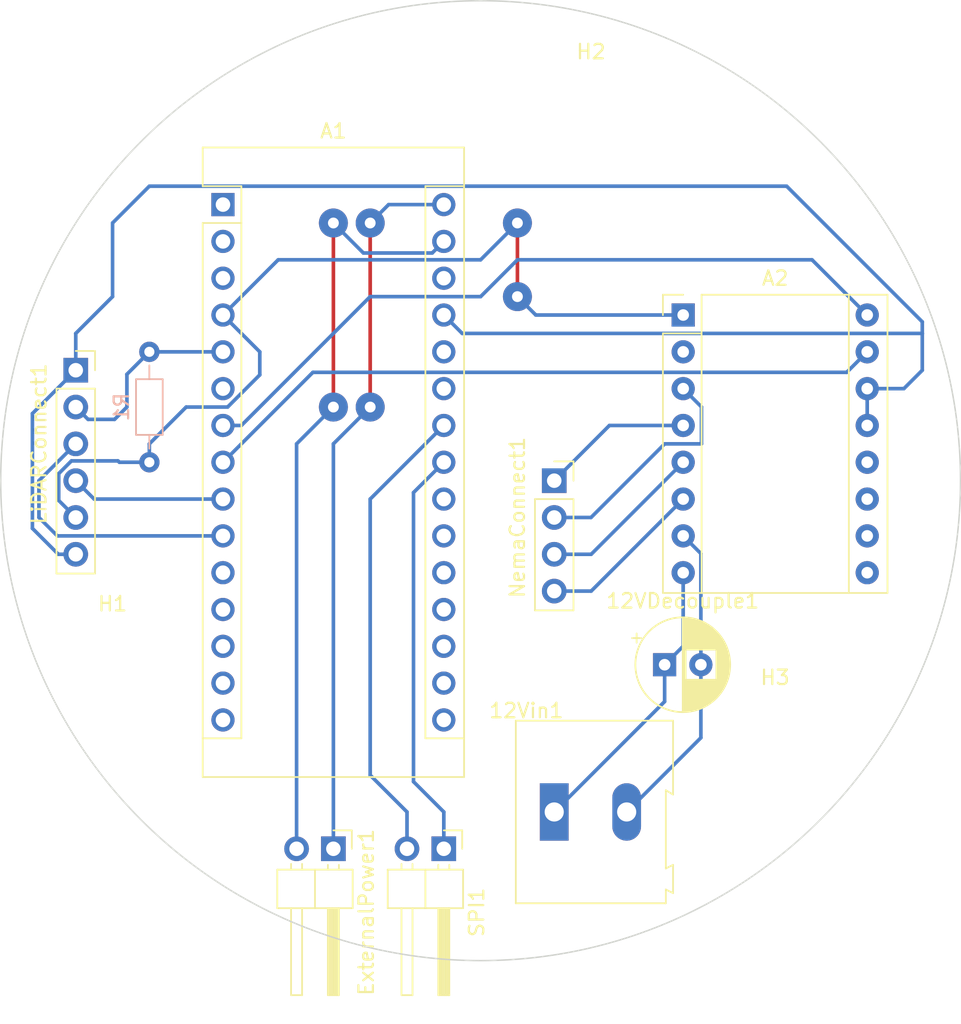
<source format=kicad_pcb>
(kicad_pcb (version 20211014) (generator pcbnew)
  (layers (0 "F.Cu" signal) (31 "B.Cu" signal) (34 "B.Paste" user) (35 "F.Paste" user) (36 "B.SilkS" user "B.Silkscreen") (37 "F.SilkS" user "F.Silkscreen") (38 "B.Mask" user) (39 "F.Mask" user) (44 "Edge.Cuts" user))
  (net 0 "")
  (net 1 "Net-(12VDecouple1-Pad1)")
  (net 2 "/12VGND")
  (net 6 "/ArduinoGND")
  (net 7 "Net-(A1-Pad5)")
  (net 9 "Net-(A1-Pad7)")
  (net 10 "Net-(A1-Pad8)")
  (net 11 "Net-(A1-Pad9)")
  (net 12 "Net-(A1-Pad10)")
  (net 25 "Net-(A1-Pad30)")
  (net 26 "Net-(A1-Pad29)")
  (net 29 "/5V")
  (net 31 "Net-(SPI1-Pad1)")
  (net 32 "Net-(SPI1-Pad2)")
  (net 34 "Net-(A2-Pad3)")
  (net 35 "Net-(A2-Pad4)")
  (net 36 "Net-(A2-Pad5)")
  (net 37 "Net-(A2-Pad6)")
  (footprint "Connector_PinHeader_2.54mm:PinHeader_1x02_P2.54mm_Horizontal" (layer "F.Cu") (at 154.94 109.22 -90)
    (fp_text reference "ExternalPower1" (at 4.385 -2.27 -90) (layer "F.SilkS"))
    (fp_text value "Conn_01x02_Female")
    (fp_line (start 1.11 -0.38) (end 1.44 -0.38) (layer "F.SilkS") (width 0.12))
    (fp_line (start 4.1 -0.32) (end 10.1 -0.32) (layer "F.SilkS") (width 0.12))
    (fp_line (start 4.1 -0.38) (end 10.1 -0.38) (layer "F.SilkS") (width 0.12))
    (fp_line (start 4.1 0.04) (end 10.1 0.04) (layer "F.SilkS") (width 0.12))
    (fp_line (start -1.27 -1.27) (end 0 -1.27) (layer "F.SilkS") (width 0.12))
    (fp_line (start 10.1 0.38) (end 4.1 0.38) (layer "F.SilkS") (width 0.12))
    (fp_line (start 4.1 -0.08) (end 10.1 -0.08) (layer "F.SilkS") (width 0.12))
    (fp_line (start -1.27 0) (end -1.27 -1.27) (layer "F.SilkS") (width 0.12))
    (fp_line (start 1.042929 2.16) (end 1.44 2.16) (layer "F.SilkS") (width 0.12))
    (fp_line (start 4.1 2.16) (end 10.1 2.16) (layer "F.SilkS") (width 0.12))
    (fp_line (start 10.1 -0.38) (end 10.1 0.38) (layer "F.SilkS") (width 0.12))
    (fp_line (start 4.1 -0.2) (end 10.1 -0.2) (layer "F.SilkS") (width 0.12))
    (fp_line (start 1.44 -1.33) (end 1.44 3.87) (layer "F.SilkS") (width 0.12))
    (fp_line (start 4.1 3.87) (end 4.1 -1.33) (layer "F.SilkS") (width 0.12))
    (fp_line (start 1.11 0.38) (end 1.44 0.38) (layer "F.SilkS") (width 0.12))
    (fp_line (start 1.44 1.27) (end 4.1 1.27) (layer "F.SilkS") (width 0.12))
    (fp_line (start 4.1 0.28) (end 10.1 0.28) (layer "F.SilkS") (width 0.12))
    (fp_line (start 1.44 3.87) (end 4.1 3.87) (layer "F.SilkS") (width 0.12))
    (fp_line (start 1.042929 2.92) (end 1.44 2.92) (layer "F.SilkS") (width 0.12))
    (fp_line (start 4.1 0.16) (end 10.1 0.16) (layer "F.SilkS") (width 0.12))
    (fp_line (start 10.1 2.16) (end 10.1 2.92) (layer "F.SilkS") (width 0.12))
    (fp_line (start 10.1 2.92) (end 4.1 2.92) (layer "F.SilkS") (width 0.12))
    (fp_line (start 4.1 -1.33) (end 1.44 -1.33) (layer "F.SilkS") (width 0.12))
    (pad "1" thru_hole rect (at 0 0 270) (size 1.7 1.7) (drill 1) (layers *.Cu *.Mask) (net 25 "Net-(A1-Pad30)"))
    (pad "2" thru_hole oval (at 0 2.54 270) (size 1.7 1.7) (drill 1) (layers *.Cu *.Mask) (net 26 "Net-(A1-Pad29)"))
  )
  (footprint "MountingHole:MountingHole_3.2mm_M3" (layer "F.Cu") (at 139.7 96.52)
    (fp_text reference "H1" (at 0 -4.2) (layer "F.SilkS"))
    (fp_text value "MountingHole")
    (pad "" np_thru_hole circle (at 0 0) (size 3.2 3.2) (drill 3.2) (layers *.Cu *.Mask))
  )
  (footprint "Connector_PinSocket_2.54mm:PinSocket_1x06_P2.54mm_Vertical" (layer "F.Cu") (at 137.16 76.2)
    (fp_text reference "LiDARConnect1" (at -2.54 5.08 90) (layer "F.SilkS"))
    (fp_text value "Conn_01x06")
    (fp_line (start 1.33 -1.33) (end 1.33 0) (layer "F.SilkS") (width 0.12))
    (fp_line (start 0 -1.33) (end 1.33 -1.33) (layer "F.SilkS") (width 0.12))
    (fp_line (start -1.33 1.27) (end 1.33 1.27) (layer "F.SilkS") (width 0.12))
    (fp_line (start -1.33 14.03) (end 1.33 14.03) (layer "F.SilkS") (width 0.12))
    (fp_line (start -1.33 1.27) (end -1.33 14.03) (layer "F.SilkS") (width 0.12))
    (fp_line (start 1.33 1.27) (end 1.33 14.03) (layer "F.SilkS") (width 0.12))
    (pad "1" thru_hole rect (at 0 0) (size 1.7 1.7) (drill 1) (layers *.Cu *.Mask) (net 29 "/5V"))
    (pad "2" thru_hole oval (at 0 2.54) (size 1.7 1.7) (drill 1) (layers *.Cu *.Mask) (net 7 "Net-(A1-Pad5)"))
    (pad "3" thru_hole oval (at 0 5.08) (size 1.7 1.7) (drill 1) (layers *.Cu *.Mask) (net 12 "Net-(A1-Pad10)"))
    (pad "4" thru_hole oval (at 0 7.62) (size 1.7 1.7) (drill 1) (layers *.Cu *.Mask) (net 11 "Net-(A1-Pad9)"))
    (pad "5" thru_hole oval (at 0 10.16) (size 1.7 1.7) (drill 1) (layers *.Cu *.Mask) (net 6 "/ArduinoGND"))
    (pad "6" thru_hole oval (at 0 12.7) (size 1.7 1.7) (drill 1) (layers *.Cu *.Mask) (net 29 "/5V"))
  )
  (footprint "Module:Arduino_Nano" (layer "F.Cu") (at 147.32 64.77)
    (fp_text reference "A1" (at 7.62 -5.08) (layer "F.SilkS"))
    (fp_text value "Arduino_Nano")
    (fp_line (start 1.27 1.27) (end -1.4 1.27) (layer "F.SilkS") (width 0.12))
    (fp_line (start -1.4 -3.94) (end -1.4 -1.27) (layer "F.SilkS") (width 0.12))
    (fp_line (start 16.64 -3.94) (end -1.4 -3.94) (layer "F.SilkS") (width 0.12))
    (fp_line (start 13.97 36.83) (end 16.64 36.83) (layer "F.SilkS") (width 0.12))
    (fp_line (start 13.97 -1.27) (end 13.97 36.83) (layer "F.SilkS") (width 0.12))
    (fp_line (start 1.27 36.83) (end -1.4 36.83) (layer "F.SilkS") (width 0.12))
    (fp_line (start 1.27 1.27) (end 1.27 -1.27) (layer "F.SilkS") (width 0.12))
    (fp_line (start 13.97 -1.27) (end 16.64 -1.27) (layer "F.SilkS") (width 0.12))
    (fp_line (start 1.27 1.27) (end 1.27 36.83) (layer "F.SilkS") (width 0.12))
    (fp_line (start -1.4 39.5) (end 16.64 39.5) (layer "F.SilkS") (width 0.12))
    (fp_line (start 1.27 -1.27) (end -1.4 -1.27) (layer "F.SilkS") (width 0.12))
    (fp_line (start -1.4 1.27) (end -1.4 39.5) (layer "F.SilkS") (width 0.12))
    (fp_line (start 16.64 39.5) (end 16.64 -3.94) (layer "F.SilkS") (width 0.12))
    (pad "1" thru_hole rect (at 0 0) (size 1.6 1.6) (drill 1) (layers *.Cu *.Mask))
    (pad "2" thru_hole oval (at 0 2.54) (size 1.6 1.6) (drill 1) (layers *.Cu *.Mask))
    (pad "3" thru_hole oval (at 0 5.08) (size 1.6 1.6) (drill 1) (layers *.Cu *.Mask))
    (pad "4" thru_hole oval (at 0 7.62) (size 1.6 1.6) (drill 1) (layers *.Cu *.Mask) (net 6 "/ArduinoGND"))
    (pad "5" thru_hole oval (at 0 10.16) (size 1.6 1.6) (drill 1) (layers *.Cu *.Mask) (net 7 "Net-(A1-Pad5)"))
    (pad "6" thru_hole oval (at 0 12.7) (size 1.6 1.6) (drill 1) (layers *.Cu *.Mask))
    (pad "7" thru_hole oval (at 0 15.24) (size 1.6 1.6) (drill 1) (layers *.Cu *.Mask) (net 9 "Net-(A1-Pad7)"))
    (pad "8" thru_hole oval (at 0 17.78) (size 1.6 1.6) (drill 1) (layers *.Cu *.Mask) (net 10 "Net-(A1-Pad8)"))
    (pad "9" thru_hole oval (at 0 20.32) (size 1.6 1.6) (drill 1) (layers *.Cu *.Mask) (net 11 "Net-(A1-Pad9)"))
    (pad "10" thru_hole oval (at 0 22.86) (size 1.6 1.6) (drill 1) (layers *.Cu *.Mask) (net 12 "Net-(A1-Pad10)"))
    (pad "11" thru_hole oval (at 0 25.4) (size 1.6 1.6) (drill 1) (layers *.Cu *.Mask))
    (pad "12" thru_hole oval (at 0 27.94) (size 1.6 1.6) (drill 1) (layers *.Cu *.Mask))
    (pad "13" thru_hole oval (at 0 30.48) (size 1.6 1.6) (drill 1) (layers *.Cu *.Mask))
    (pad "14" thru_hole oval (at 0 33.02) (size 1.6 1.6) (drill 1) (layers *.Cu *.Mask))
    (pad "15" thru_hole oval (at 0 35.56) (size 1.6 1.6) (drill 1) (layers *.Cu *.Mask))
    (pad "16" thru_hole oval (at 15.24 35.56) (size 1.6 1.6) (drill 1) (layers *.Cu *.Mask))
    (pad "17" thru_hole oval (at 15.24 33.02) (size 1.6 1.6) (drill 1) (layers *.Cu *.Mask))
    (pad "18" thru_hole oval (at 15.24 30.48) (size 1.6 1.6) (drill 1) (layers *.Cu *.Mask))
    (pad "19" thru_hole oval (at 15.24 27.94) (size 1.6 1.6) (drill 1) (layers *.Cu *.Mask))
    (pad "20" thru_hole oval (at 15.24 25.4) (size 1.6 1.6) (drill 1) (layers *.Cu *.Mask))
    (pad "21" thru_hole oval (at 15.24 22.86) (size 1.6 1.6) (drill 1) (layers *.Cu *.Mask))
    (pad "22" thru_hole oval (at 15.24 20.32) (size 1.6 1.6) (drill 1) (layers *.Cu *.Mask))
    (pad "23" thru_hole oval (at 15.24 17.78) (size 1.6 1.6) (drill 1) (layers *.Cu *.Mask) (net 31 "Net-(SPI1-Pad1)"))
    (pad "24" thru_hole oval (at 15.24 15.24) (size 1.6 1.6) (drill 1) (layers *.Cu *.Mask) (net 32 "Net-(SPI1-Pad2)"))
    (pad "25" thru_hole oval (at 15.24 12.7) (size 1.6 1.6) (drill 1) (layers *.Cu *.Mask))
    (pad "26" thru_hole oval (at 15.24 10.16) (size 1.6 1.6) (drill 1) (layers *.Cu *.Mask))
    (pad "27" thru_hole oval (at 15.24 7.62) (size 1.6 1.6) (drill 1) (layers *.Cu *.Mask) (net 29 "/5V"))
    (pad "28" thru_hole oval (at 15.24 5.08) (size 1.6 1.6) (drill 1) (layers *.Cu *.Mask))
    (pad "29" thru_hole oval (at 15.24 2.54) (size 1.6 1.6) (drill 1) (layers *.Cu *.Mask) (net 26 "Net-(A1-Pad29)"))
    (pad "30" thru_hole oval (at 15.24 0) (size 1.6 1.6) (drill 1) (layers *.Cu *.Mask) (net 25 "Net-(A1-Pad30)"))
  )
  (footprint "MountingHole:MountingHole_3.2mm_M3" (layer "F.Cu") (at 185.42 101.6)
    (fp_text reference "H3" (at 0 -4.2) (layer "F.SilkS"))
    (fp_text value "MountingHole")
    (pad "" np_thru_hole circle (at 0 0) (size 3.2 3.2) (drill 3.2) (layers *.Cu *.Mask))
  )
  (footprint "MountingHole:MountingHole_3.2mm_M3" (layer "F.Cu") (at 172.72 58.42)
    (fp_text reference "H2" (at 0 -4.2) (layer "F.SilkS"))
    (fp_text value "MountingHole")
    (pad "" np_thru_hole circle (at 0 0) (size 3.2 3.2) (drill 3.2) (layers *.Cu *.Mask))
  )
  (footprint "Connector_PinHeader_2.54mm:PinHeader_1x02_P2.54mm_Horizontal" (layer "F.Cu") (at 162.56 109.22 -90)
    (fp_text reference "SPI1" (at 4.385 -2.27 90) (layer "F.SilkS"))
    (fp_text value "Conn_01x02_Female")
    (fp_line (start 1.11 -0.38) (end 1.44 -0.38) (layer "F.SilkS") (width 0.12))
    (fp_line (start -1.27 -1.27) (end 0 -1.27) (layer "F.SilkS") (width 0.12))
    (fp_line (start 4.1 -0.2) (end 10.1 -0.2) (layer "F.SilkS") (width 0.12))
    (fp_line (start 1.042929 2.16) (end 1.44 2.16) (layer "F.SilkS") (width 0.12))
    (fp_line (start 4.1 3.87) (end 4.1 -1.33) (layer "F.SilkS") (width 0.12))
    (fp_line (start 4.1 -0.38) (end 10.1 -0.38) (layer "F.SilkS") (width 0.12))
    (fp_line (start 10.1 2.16) (end 10.1 2.92) (layer "F.SilkS") (width 0.12))
    (fp_line (start 10.1 0.38) (end 4.1 0.38) (layer "F.SilkS") (width 0.12))
    (fp_line (start 10.1 -0.38) (end 10.1 0.38) (layer "F.SilkS") (width 0.12))
    (fp_line (start 4.1 2.16) (end 10.1 2.16) (layer "F.SilkS") (width 0.12))
    (fp_line (start 1.11 0.38) (end 1.44 0.38) (layer "F.SilkS") (width 0.12))
    (fp_line (start -1.27 0) (end -1.27 -1.27) (layer "F.SilkS") (width 0.12))
    (fp_line (start 4.1 -0.32) (end 10.1 -0.32) (layer "F.SilkS") (width 0.12))
    (fp_line (start 10.1 2.92) (end 4.1 2.92) (layer "F.SilkS") (width 0.12))
    (fp_line (start 4.1 0.04) (end 10.1 0.04) (layer "F.SilkS") (width 0.12))
    (fp_line (start 4.1 -1.33) (end 1.44 -1.33) (layer "F.SilkS") (width 0.12))
    (fp_line (start 4.1 0.28) (end 10.1 0.28) (layer "F.SilkS") (width 0.12))
    (fp_line (start 1.44 1.27) (end 4.1 1.27) (layer "F.SilkS") (width 0.12))
    (fp_line (start 1.44 -1.33) (end 1.44 3.87) (layer "F.SilkS") (width 0.12))
    (fp_line (start 4.1 -0.08) (end 10.1 -0.08) (layer "F.SilkS") (width 0.12))
    (fp_line (start 1.44 3.87) (end 4.1 3.87) (layer "F.SilkS") (width 0.12))
    (fp_line (start 4.1 0.16) (end 10.1 0.16) (layer "F.SilkS") (width 0.12))
    (fp_line (start 1.042929 2.92) (end 1.44 2.92) (layer "F.SilkS") (width 0.12))
    (pad "1" thru_hole rect (at 0 0 270) (size 1.7 1.7) (drill 1) (layers *.Cu *.Mask) (net 31 "Net-(SPI1-Pad1)"))
    (pad "2" thru_hole oval (at 0 2.54 270) (size 1.7 1.7) (drill 1) (layers *.Cu *.Mask) (net 32 "Net-(SPI1-Pad2)"))
  )
  (footprint "Capacitor_THT:CP_Radial_D6.3mm_P2.50mm" (layer "F.Cu") (at 177.8 96.52)
    (fp_text reference "12VDecouple1" (at 1.25 -4.4) (layer "F.SilkS"))
    (fp_text value "100 uF")
    (fp_line (start 2.931 -2.766) (end 2.931 -1.04) (layer "F.SilkS") (width 0.12))
    (fp_line (start 2.411 1.04) (end 2.411 3.018) (layer "F.SilkS") (width 0.12))
    (fp_line (start 2.171 -3.098) (end 2.171 -1.04) (layer "F.SilkS") (width 0.12))
    (fp_line (start 2.211 -3.086) (end 2.211 -1.04) (layer "F.SilkS") (width 0.12))
    (fp_line (start 3.131 -2.636) (end 3.131 -1.04) (layer "F.SilkS") (width 0.12))
    (fp_line (start 2.011 -3.141) (end 2.011 -1.04) (layer "F.SilkS") (width 0.12))
    (fp_line (start 2.971 -2.742) (end 2.971 -1.04) (layer "F.SilkS") (width 0.12))
    (fp_line (start 1.69 1.04) (end 1.69 3.201) (layer "F.SilkS") (width 0.12))
    (fp_line (start 2.171 1.04) (end 2.171 3.098) (layer "F.SilkS") (width 0.12))
    (fp_line (start 1.41 -3.227) (end 1.41 3.227) (layer "F.SilkS") (width 0.12))
    (fp_line (start 3.291 1.04) (end 3.291 2.516) (layer "F.SilkS") (width 0.12))
    (fp_line (start 2.731 -2.876) (end 2.731 -1.04) (layer "F.SilkS") (width 0.12))
    (fp_line (start 2.611 1.04) (end 2.611 2.934) (layer "F.SilkS") (width 0.12))
    (fp_line (start 3.531 1.04) (end 3.531 2.305) (layer "F.SilkS") (width 0.12))
    (fp_line (start 3.291 -2.516) (end 3.291 -1.04) (layer "F.SilkS") (width 0.12))
    (fp_line (start 2.251 1.04) (end 2.251 3.074) (layer "F.SilkS") (width 0.12))
    (fp_line (start 2.571 -2.952) (end 2.571 -1.04) (layer "F.SilkS") (width 0.12))
    (fp_line (start 1.53 -3.218) (end 1.53 -1.04) (layer "F.SilkS") (width 0.12))
    (fp_line (start 1.93 -3.159) (end 1.93 -1.04) (layer "F.SilkS") (width 0.12))
    (fp_line (start 2.651 1.04) (end 2.651 2.916) (layer "F.SilkS") (width 0.12))
    (fp_line (start 2.131 1.04) (end 2.131 3.11) (layer "F.SilkS") (width 0.12))
    (fp_line (start 3.171 -2.607) (end 3.171 -1.04) (layer "F.SilkS") (width 0.12))
    (fp_line (start 3.451 -2.38) (end 3.451 -1.04) (layer "F.SilkS") (width 0.12))
    (fp_line (start 3.411 -2.416) (end 3.411 -1.04) (layer "F.SilkS") (width 0.12))
    (fp_line (start 1.53 1.04) (end 1.53 3.218) (layer "F.SilkS") (width 0.12))
    (fp_line (start 3.211 -2.578) (end 3.211 -1.04) (layer "F.SilkS") (width 0.12))
    (fp_line (start 3.371 -2.45) (end 3.371 -1.04) (layer "F.SilkS") (width 0.12))
    (fp_line (start 2.211 1.04) (end 2.211 3.086) (layer "F.SilkS") (width 0.12))
    (fp_line (start 3.851 -1.944) (end 3.851 1.944) (layer "F.SilkS") (width 0.12))
    (fp_line (start 2.011 1.04) (end 2.011 3.141) (layer "F.SilkS") (width 0.12))
    (fp_line (start 2.771 1.04) (end 2.771 2.856) (layer "F.SilkS") (width 0.12))
    (fp_line (start 1.37 -3.228) (end 1.37 3.228) (layer "F.SilkS") (width 0.12))
    (fp_line (start 2.731 1.04) (end 2.731 2.876) (layer "F.SilkS") (width 0.12))
    (fp_line (start 1.85 -3.175) (end 1.85 -1.04) (layer "F.SilkS") (width 0.12))
    (fp_line (start 2.291 -3.061) (end 2.291 -1.04) (layer "F.SilkS") (width 0.12))
    (fp_line (start 4.291 -1.165) (end 4.291 1.165) (layer "F.SilkS") (width 0.12))
    (fp_line (start -1.935241 -2.154) (end -1.935241 -1.524) (layer "F.SilkS") (width 0.12))
    (fp_line (start 2.811 -2.834) (end 2.811 -1.04) (layer "F.SilkS") (width 0.12))
    (fp_line (start 4.411 -0.802) (end 4.411 0.802) (layer "F.SilkS") (width 0.12))
    (fp_line (start 2.051 1.04) (end 2.051 3.131) (layer "F.SilkS") (width 0.12))
    (fp_line (start 4.211 -1.35) (end 4.211 1.35) (layer "F.SilkS") (width 0.12))
    (fp_line (start 2.451 -3.002) (end 2.451 -1.04) (layer "F.SilkS") (width 0.12))
    (fp_line (start 4.331 -1.059) (end 4.331 1.059) (layer "F.SilkS") (width 0.12))
    (fp_line (start 4.251 -1.262) (end 4.251 1.262) (layer "F.SilkS") (width 0.12))
    (fp_line (start 3.571 -2.265) (end 3.571 2.265) (layer "F.SilkS") (width 0.12))
    (fp_line (start 2.891 1.04) (end 2.891 2.79) (layer "F.SilkS") (width 0.12))
    (fp_line (start 2.691 -2.896) (end 2.691 -1.04) (layer "F.SilkS") (width 0.12))
    (fp_line (start 3.091 1.04) (end 3.091 2.664) (layer "F.SilkS") (width 0.12))
    (fp_line (start -2.250241 -1.839) (end -1.620241 -1.839) (layer "F.SilkS") (width 0.12))
    (fp_line (start 4.371 -0.94) (end 4.371 0.94) (layer "F.SilkS") (width 0.12))
    (fp_line (start 3.491 -2.343) (end 3.491 -1.04) (layer "F.SilkS") (width 0.12))
    (fp_line (start 2.531 -2.97) (end 2.531 -1.04) (layer "F.SilkS") (width 0.12))
    (fp_line (start 1.25 -3.23) (end 1.25 3.23) (layer "F.SilkS") (width 0.12))
    (fp_line (start 3.371 1.04) (end 3.371 2.45) (layer "F.SilkS") (width 0.12))
    (fp_line (start 1.57 -3.215) (end 1.57 -1.04) (layer "F.SilkS") (width 0.12))
    (fp_line (start 2.291 1.04) (end 2.291 3.061) (layer "F.SilkS") (width 0.12))
    (fp_line (start 2.251 -3.074) (end 2.251 -1.04) (layer "F.SilkS") (width 0.12))
    (fp_line (start 3.171 1.04) (end 3.171 2.607) (layer "F.SilkS") (width 0.12))
    (fp_line (start 2.371 1.04) (end 2.371 3.033) (layer "F.SilkS") (width 0.12))
    (fp_line (start 2.931 1.04) (end 2.931 2.766) (layer "F.SilkS") (width 0.12))
    (fp_line (start 4.051 -1.65) (end 4.051 1.65) (layer "F.SilkS") (width 0.12))
    (fp_line (start 3.331 1.04) (end 3.331 2.484) (layer "F.SilkS") (width 0.12))
    (fp_line (start 3.011 1.04) (end 3.011 2.716) (layer "F.SilkS") (width 0.12))
    (fp_line (start 1.81 -3.182) (end 1.81 -1.04) (layer "F.SilkS") (width 0.12))
    (fp_line (start 1.49 -3.222) (end 1.49 -1.04) (layer "F.SilkS") (width 0.12))
    (fp_line (start 1.81 1.04) (end 1.81 3.182) (layer "F.SilkS") (width 0.12))
    (fp_line (start 4.131 -1.509) (end 4.131 1.509) (layer "F.SilkS") (width 0.12))
    (fp_line (start 2.571 1.04) (end 2.571 2.952) (layer "F.SilkS") (width 0.12))
    (fp_line (start 1.73 -3.195) (end 1.73 -1.04) (layer "F.SilkS") (width 0.12))
    (fp_line (start 2.891 -2.79) (end 2.891 -1.04) (layer "F.SilkS") (width 0.12))
    (fp_line (start 1.93 1.04) (end 1.93 3.159) (layer "F.SilkS") (width 0.12))
    (fp_line (start 3.931 -1.834) (end 3.931 1.834) (layer "F.SilkS") (width 0.12))
    (fp_line (start 4.091 -1.581) (end 4.091 1.581) (layer "F.SilkS") (width 0.12))
    (fp_line (start 1.49 1.04) (end 1.49 3.222) (layer "F.SilkS") (width 0.12))
    (fp_line (start 3.891 -1.89) (end 3.891 1.89) (layer "F.SilkS") (width 0.12))
    (fp_line (start 2.491 1.04) (end 2.491 2.986) (layer "F.SilkS") (width 0.12))
    (fp_line (start 1.33 -3.23) (end 1.33 3.23) (layer "F.SilkS") (width 0.12))
    (fp_line (start 1.77 -3.189) (end 1.77 -1.04) (layer "F.SilkS") (width 0.12))
    (fp_line (start 3.251 1.04) (end 3.251 2.548) (layer "F.SilkS") (width 0.12))
    (fp_line (start 1.65 -3.206) (end 1.65 -1.04) (layer "F.SilkS") (width 0.12))
    (fp_line (start 2.091 1.04) (end 2.091 3.121) (layer "F.SilkS") (width 0.12))
    (fp_line (start 2.971 1.04) (end 2.971 2.742) (layer "F.SilkS") (width 0.12))
    (fp_line (start 3.811 -1.995) (end 3.811 1.995) (layer "F.SilkS") (width 0.12))
    (fp_line (start 2.851 -2.812) (end 2.851 -1.04) (layer "F.SilkS") (width 0.12))
    (fp_line (start 1.971 -3.15) (end 1.971 -1.04) (layer "F.SilkS") (width 0.12))
    (fp_line (start 2.411 -3.018) (end 2.411 -1.04) (layer "F.SilkS") (width 0.12))
    (fp_line (start 1.69 -3.201) (end 1.69 -1.04) (layer "F.SilkS") (width 0.12))
    (fp_line (start 1.971 1.04) (end 1.971 3.15) (layer "F.SilkS") (width 0.12))
    (fp_line (start 1.45 -3.224) (end 1.45 3.224) (layer "F.SilkS") (width 0.12))
    (fp_line (start 2.371 -3.033) (end 2.371 -1.04) (layer "F.SilkS") (width 0.12))
    (fp_line (start 3.651 -2.182) (end 3.651 2.182) (layer "F.SilkS") (width 0.12))
    (fp_line (start 3.531 -2.305) (end 3.531 -1.04) (layer "F.SilkS") (width 0.12))
    (fp_line (start 4.171 -1.432) (end 4.171 1.432) (layer "F.SilkS") (width 0.12))
    (fp_line (start 3.011 -2.716) (end 3.011 -1.04) (layer "F.SilkS") (width 0.12))
    (fp_line (start 3.251 -2.548) (end 3.251 -1.04) (layer "F.SilkS") (width 0.12))
    (fp_line (start 2.331 1.04) (end 2.331 3.047) (layer "F.SilkS") (width 0.12))
    (fp_line (start 2.331 -3.047) (end 2.331 -1.04) (layer "F.SilkS") (width 0.12))
    (fp_line (start 2.091 -3.121) (end 2.091 -1.04) (layer "F.SilkS") (width 0.12))
    (fp_line (start 1.65 1.04) (end 1.65 3.206) (layer "F.SilkS") (width 0.12))
    (fp_line (start 3.051 1.04) (end 3.051 2.69) (layer "F.SilkS") (width 0.12))
    (fp_line (start 1.89 1.04) (end 1.89 3.167) (layer "F.SilkS") (width 0.12))
    (fp_line (start 1.85 1.04) (end 1.85 3.175) (layer "F.SilkS") (width 0.12))
    (fp_line (start 1.29 -3.23) (end 1.29 3.23) (layer "F.SilkS") (width 0.12))
    (fp_line (start 1.89 -3.167) (end 1.89 -1.04) (layer "F.SilkS") (width 0.12))
    (fp_line (start 2.771 -2.856) (end 2.771 -1.04) (layer "F.SilkS") (width 0.12))
    (fp_line (start 4.491 -0.402) (end 4.491 0.402) (layer "F.SilkS") (width 0.12))
    (fp_line (start 2.651 -2.916) (end 2.651 -1.04) (layer "F.SilkS") (width 0.12))
    (fp_line (start 2.451 1.04) (end 2.451 3.002) (layer "F.SilkS") (width 0.12))
    (fp_line (start 2.611 -2.934) (end 2.611 -1.04) (layer "F.SilkS") (width 0.12))
    (fp_line (start 3.131 1.04) (end 3.131 2.636) (layer "F.SilkS") (width 0.12))
    (fp_line (start 1.61 -3.211) (end 1.61 -1.04) (layer "F.SilkS") (width 0.12))
    (fp_line (start 2.491 -2.986) (end 2.491 -1.04) (layer "F.SilkS") (width 0.12))
    (fp_line (start 2.851 1.04) (end 2.851 2.812) (layer "F.SilkS") (width 0.12))
    (fp_line (start 3.091 -2.664) (end 3.091 -1.04) (layer "F.SilkS") (width 0.12))
    (fp_line (start 3.971 -1.776) (end 3.971 1.776) (layer "F.SilkS") (width 0.12))
    (fp_line (start 3.331 -2.484) (end 3.331 -1.04) (layer "F.SilkS") (width 0.12))
    (fp_line (start 3.491 1.04) (end 3.491 2.343) (layer "F.SilkS") (width 0.12))
    (fp_line (start 1.77 1.04) (end 1.77 3.189) (layer "F.SilkS") (width 0.12))
    (fp_line (start 3.611 -2.224) (end 3.611 2.224) (layer "F.SilkS") (width 0.12))
    (fp_line (start 2.691 1.04) (end 2.691 2.896) (layer "F.SilkS") (width 0.12))
    (fp_line (start 3.771 -2.044) (end 3.771 2.044) (layer "F.SilkS") (width 0.12))
    (fp_line (start 2.051 -3.131) (end 2.051 -1.04) (layer "F.SilkS") (width 0.12))
    (fp_line (start 3.411 1.04) (end 3.411 2.416) (layer "F.SilkS") (width 0.12))
    (fp_line (start 1.57 1.04) (end 1.57 3.215) (layer "F.SilkS") (width 0.12))
    (fp_line (start 2.811 1.04) (end 2.811 2.834) (layer "F.SilkS") (width 0.12))
    (fp_line (start 3.211 1.04) (end 3.211 2.578) (layer "F.SilkS") (width 0.12))
    (fp_line (start 2.531 1.04) (end 2.531 2.97) (layer "F.SilkS") (width 0.12))
    (fp_line (start 2.131 -3.11) (end 2.131 -1.04) (layer "F.SilkS") (width 0.12))
    (fp_line (start 3.451 1.04) (end 3.451 2.38) (layer "F.SilkS") (width 0.12))
    (fp_line (start 1.61 1.04) (end 1.61 3.211) (layer "F.SilkS") (width 0.12))
    (fp_line (start 4.451 -0.633) (end 4.451 0.633) (layer "F.SilkS") (width 0.12))
    (fp_line (start 4.011 -1.714) (end 4.011 1.714) (layer "F.SilkS") (width 0.12))
    (fp_line (start 3.051 -2.69) (end 3.051 -1.04) (layer "F.SilkS") (width 0.12))
    (fp_line (start 3.731 -2.092) (end 3.731 2.092) (layer "F.SilkS") (width 0.12))
    (fp_line (start 1.73 1.04) (end 1.73 3.195) (layer "F.SilkS") (width 0.12))
    (fp_line (start 3.691 -2.137) (end 3.691 2.137) (layer "F.SilkS") (width 0.12))
    (fp_circle (center 1.25 0) (end 4.52 0) (layer "F.SilkS") (width 0.12) (fill none))
    (pad "1" thru_hole rect (at 0 0) (size 1.6 1.6) (drill 0.8) (layers *.Cu *.Mask) (net 1 "Net-(12VDecouple1-Pad1)"))
    (pad "2" thru_hole circle (at 2.5 0) (size 1.6 1.6) (drill 0.8) (layers *.Cu *.Mask) (net 2 "/12VGND"))
  )
  (footprint "TerminalBlock:TerminalBlock_Altech_AK300-2_P5.00mm" (layer "F.Cu") (at 170.18 106.68)
    (fp_text reference "12Vin1" (at -1.92 -6.99) (layer "F.SilkS"))
    (fp_text value "Conn_01x02_Female")
    (fp_line (start -2.65 -6.3) (end -2.65 6.3) (layer "F.SilkS") (width 0.12))
    (fp_line (start 8.2 -6.3) (end -2.65 -6.3) (layer "F.SilkS") (width 0.12))
    (fp_line (start 8.2 5.6) (end 8.2 3.7) (layer "F.SilkS") (width 0.12))
    (fp_line (start 7.7 5.35) (end 8.2 5.6) (layer "F.SilkS") (width 0.12))
    (fp_line (start 8.2 3.7) (end 8.2 3.65) (layer "F.SilkS") (width 0.12))
    (fp_line (start 8.2 3.65) (end 7.7 3.9) (layer "F.SilkS") (width 0.12))
    (fp_line (start 8.2 -1.2) (end 8.2 -6.3) (layer "F.SilkS") (width 0.12))
    (fp_line (start 7.7 6.3) (end 7.7 5.35) (layer "F.SilkS") (width 0.12))
    (fp_line (start -2.65 6.3) (end 7.7 6.3) (layer "F.SilkS") (width 0.12))
    (fp_line (start 7.7 3.9) (end 7.7 -1.5) (layer "F.SilkS") (width 0.12))
    (fp_line (start 7.7 -1.5) (end 8.2 -1.2) (layer "F.SilkS") (width 0.12))
    (pad "1" thru_hole rect (at 0 0) (size 1.98 3.96) (drill 1.32) (layers *.Cu *.Mask) (net 1 "Net-(12VDecouple1-Pad1)"))
    (pad "2" thru_hole oval (at 5 0) (size 1.98 3.96) (drill 1.32) (layers *.Cu *.Mask) (net 2 "/12VGND"))
  )
  (footprint "Connector_PinSocket_2.54mm:PinSocket_1x04_P2.54mm_Vertical" (layer "F.Cu") (at 170.18 83.82)
    (fp_text reference "NemaConnect1" (at -2.54 2.54 90) (layer "F.SilkS"))
    (fp_text value "Conn_01x04")
    (fp_line (start -1.33 1.27) (end 1.33 1.27) (layer "F.SilkS") (width 0.12))
    (fp_line (start 1.33 1.27) (end 1.33 8.95) (layer "F.SilkS") (width 0.12))
    (fp_line (start -1.33 8.95) (end 1.33 8.95) (layer "F.SilkS") (width 0.12))
    (fp_line (start 0 -1.33) (end 1.33 -1.33) (layer "F.SilkS") (width 0.12))
    (fp_line (start -1.33 1.27) (end -1.33 8.95) (layer "F.SilkS") (width 0.12))
    (fp_line (start 1.33 -1.33) (end 1.33 0) (layer "F.SilkS") (width 0.12))
    (pad "1" thru_hole rect (at 0 0) (size 1.7 1.7) (drill 1) (layers *.Cu *.Mask) (net 35 "Net-(A2-Pad4)"))
    (pad "2" thru_hole oval (at 0 2.54) (size 1.7 1.7) (drill 1) (layers *.Cu *.Mask) (net 34 "Net-(A2-Pad3)"))
    (pad "3" thru_hole oval (at 0 5.08) (size 1.7 1.7) (drill 1) (layers *.Cu *.Mask) (net 36 "Net-(A2-Pad5)"))
    (pad "4" thru_hole oval (at 0 7.62) (size 1.7 1.7) (drill 1) (layers *.Cu *.Mask) (net 37 "Net-(A2-Pad6)"))
  )
  (footprint "Module:Pololu_Breakout-16_15.2x20.3mm" (layer "F.Cu") (at 179.08 72.39)
    (fp_text reference "A2" (at 6.35 -2.54) (layer "F.SilkS"))
    (fp_text value "DRV8825")
    (fp_line (start -1.4 -1.4) (end -1.4 0) (layer "F.SilkS") (width 0.12))
    (fp_line (start 1.27 1.27) (end 1.27 19.18) (layer "F.SilkS") (width 0.12))
    (fp_line (start 14.1 -1.4) (end 1.27 -1.4) (layer "F.SilkS") (width 0.12))
    (fp_line (start 14.1 19.18) (end 14.1 -1.4) (layer "F.SilkS") (width 0.12))
    (fp_line (start -1.4 19.18) (end 14.1 19.18) (layer "F.SilkS") (width 0.12))
    (fp_line (start -1.4 1.27) (end -1.4 19.18) (layer "F.SilkS") (width 0.12))
    (fp_line (start 0 -1.4) (end -1.4 -1.4) (layer "F.SilkS") (width 0.12))
    (fp_line (start 1.27 -1.4) (end 1.27 1.27) (layer "F.SilkS") (width 0.12))
    (fp_line (start 11.43 -1.4) (end 11.43 19.18) (layer "F.SilkS") (width 0.12))
    (fp_line (start 1.27 1.27) (end -1.4 1.27) (layer "F.SilkS") (width 0.12))
    (pad "1" thru_hole rect (at 0 0) (size 1.6 1.6) (drill 0.8) (layers *.Cu *.Mask) (net 6 "/ArduinoGND"))
    (pad "2" thru_hole oval (at 0 2.54) (size 1.6 1.6) (drill 0.8) (layers *.Cu *.Mask))
    (pad "3" thru_hole oval (at 0 5.08) (size 1.6 1.6) (drill 0.8) (layers *.Cu *.Mask) (net 34 "Net-(A2-Pad3)"))
    (pad "4" thru_hole oval (at 0 7.62) (size 1.6 1.6) (drill 0.8) (layers *.Cu *.Mask) (net 35 "Net-(A2-Pad4)"))
    (pad "5" thru_hole oval (at 0 10.16) (size 1.6 1.6) (drill 0.8) (layers *.Cu *.Mask) (net 36 "Net-(A2-Pad5)"))
    (pad "6" thru_hole oval (at 0 12.7) (size 1.6 1.6) (drill 0.8) (layers *.Cu *.Mask) (net 37 "Net-(A2-Pad6)"))
    (pad "7" thru_hole oval (at 0 15.24) (size 1.6 1.6) (drill 0.8) (layers *.Cu *.Mask) (net 2 "/12VGND"))
    (pad "8" thru_hole oval (at 0 17.78) (size 1.6 1.6) (drill 0.8) (layers *.Cu *.Mask) (net 1 "Net-(12VDecouple1-Pad1)"))
    (pad "9" thru_hole oval (at 12.7 17.78) (size 1.6 1.6) (drill 0.8) (layers *.Cu *.Mask))
    (pad "10" thru_hole oval (at 12.7 15.24) (size 1.6 1.6) (drill 0.8) (layers *.Cu *.Mask))
    (pad "11" thru_hole oval (at 12.7 12.7) (size 1.6 1.6) (drill 0.8) (layers *.Cu *.Mask))
    (pad "12" thru_hole oval (at 12.7 10.16) (size 1.6 1.6) (drill 0.8) (layers *.Cu *.Mask))
    (pad "13" thru_hole oval (at 12.7 7.62) (size 1.6 1.6) (drill 0.8) (layers *.Cu *.Mask) (net 29 "/5V"))
    (pad "14" thru_hole oval (at 12.7 5.08) (size 1.6 1.6) (drill 0.8) (layers *.Cu *.Mask) (net 29 "/5V"))
    (pad "15" thru_hole oval (at 12.7 2.54) (size 1.6 1.6) (drill 0.8) (layers *.Cu *.Mask) (net 10 "Net-(A1-Pad8)"))
    (pad "16" thru_hole oval (at 12.7 0) (size 1.6 1.6) (drill 0.8) (layers *.Cu *.Mask) (net 9 "Net-(A1-Pad7)"))
  )
  (footprint "Resistor_THT:R_Axial_DIN0204_L3.6mm_D1.6mm_P7.62mm_Horizontal" (layer "B.Cu") (at 142.24 74.93 -90)
    (fp_text reference "R1" (at 3.81 1.92 90) (layer "B.SilkS") (effects (justify mirror)))
    (fp_text value "10K")
    (fp_line (start 1.89 0.92) (end 1.89 -0.92) (layer "B.SilkS") (width 0.12))
    (fp_line (start 1.89 -0.92) (end 5.73 -0.92) (layer "B.SilkS") (width 0.12))
    (fp_line (start 0.94 0) (end 1.89 0) (layer "B.SilkS") (width 0.12))
    (fp_line (start 5.73 -0.92) (end 5.73 0.92) (layer "B.SilkS") (width 0.12))
    (fp_line (start 5.73 0.92) (end 1.89 0.92) (layer "B.SilkS") (width 0.12))
    (fp_line (start 6.68 0) (end 5.73 0) (layer "B.SilkS") (width 0.12))
    (pad "1" thru_hole circle (at 0 0 270) (size 1.4 1.4) (drill 0.7) (layers *.Cu *.Mask) (net 7 "Net-(A1-Pad5)"))
    (pad "2" thru_hole oval (at 7.62 0 270) (size 1.4 1.4) (drill 0.7) (layers *.Cu *.Mask) (net 6 "/ArduinoGND"))
  )
  (gr_circle (center 165.1 83.82) (end 193.04 66.04) (layer "Edge.Cuts") (width 0.1) (fill none))
  (segment (start 177.8 96.52) (end 177.8 99.06) (width 0.25) (layer "B.Cu") (net 1))
  (segment (start 179.08 90.17) (end 179.08 95.24) (width 0.25) (layer "B.Cu") (net 1))
  (segment (start 177.8 99.06) (end 170.18 106.68) (width 0.25) (layer "B.Cu") (net 1))
  (segment (start 179.08 95.24) (end 177.8 96.52) (width 0.25) (layer "B.Cu") (net 1))
  (segment (start 180.3 101.56) (end 175.18 106.68) (width 0.25) (layer "B.Cu") (net 2))
  (segment (start 180.3 88.85) (end 180.3 96.52) (width 0.25) (layer "B.Cu") (net 2))
  (segment (start 179.08 87.63) (end 180.3 88.85) (width 0.25) (layer "B.Cu") (net 2))
  (segment (start 180.3 96.52) (end 180.3 101.56) (width 0.25) (layer "B.Cu") (net 2))
  (segment (start 167.64 66.04) (end 167.64 71.12) (width 0.25) (layer "F.Cu") (net 6))
  (via (at 167.64 71.12) (size 2) (drill 0.75) (layers "F.Cu" "B.Cu") (net 6))
  (via (at 167.64 66.04) (size 2) (drill 0.75) (layers "F.Cu" "B.Cu") (net 6))
  (segment (start 151.13 68.58) (end 165.1 68.58) (width 0.25) (layer "B.Cu") (net 6))
  (segment (start 147.6403 78.74) (end 144.78 78.74) (width 0.25) (layer "B.Cu") (net 6))
  (segment (start 144.78 78.74) (end 142.24 81.28) (width 0.25) (layer "B.Cu") (net 6))
  (segment (start 165.1 68.58) (end 167.64 66.04) (width 0.25) (layer "B.Cu") (net 6))
  (segment (start 135.985489 85.185489) (end 135.985489 83.333501) (width 0.25) (layer "B.Cu") (net 6))
  (segment (start 168.91 72.39) (end 179.08 72.39) (width 0.25) (layer "B.Cu") (net 6))
  (segment (start 147.32 72.39) (end 151.13 68.58) (width 0.25) (layer "B.Cu") (net 6))
  (segment (start 149.86 74.93) (end 147.32 72.39) (width 0.25) (layer "B.Cu") (net 6))
  (segment (start 167.64 71.12) (end 168.91 72.39) (width 0.25) (layer "B.Cu") (net 6))
  (segment (start 136.864479 82.454511) (end 140.075489 82.454511) (width 0.25) (layer "B.Cu") (net 6))
  (segment (start 140.075489 82.454511) (end 140.170978 82.55) (width 0.25) (layer "B.Cu") (net 6))
  (segment (start 137.16 86.36) (end 135.985489 85.185489) (width 0.25) (layer "B.Cu") (net 6))
  (segment (start 147.6403 78.74) (end 149.86 76.5203) (width 0.25) (layer "B.Cu") (net 6))
  (segment (start 140.170978 82.55) (end 142.24 82.55) (width 0.25) (layer "B.Cu") (net 6))
  (segment (start 135.985489 83.333501) (end 136.864479 82.454511) (width 0.25) (layer "B.Cu") (net 6))
  (segment (start 149.86 76.5203) (end 149.86 74.93) (width 0.25) (layer "B.Cu") (net 6))
  (segment (start 142.24 81.28) (end 142.24 82.55) (width 0.25) (layer "B.Cu") (net 6))
  (segment (start 138.01 79.59) (end 139.84 79.59) (width 0.25) (layer "B.Cu") (net 7))
  (segment (start 140.69 78.74) (end 140.69 76.48) (width 0.25) (layer "B.Cu") (net 7))
  (segment (start 139.84 79.59) (end 140.69 78.74) (width 0.25) (layer "B.Cu") (net 7))
  (segment (start 140.69 76.48) (end 142.24 74.93) (width 0.25) (layer "B.Cu") (net 7))
  (segment (start 147.32 74.93) (end 142.24 74.93) (width 0.25) (layer "B.Cu") (net 7))
  (segment (start 137.16 78.74) (end 138.01 79.59) (width 0.25) (layer "B.Cu") (net 7))
  (segment (start 191.78 72.39) (end 187.97 68.58) (width 0.25) (layer "B.Cu") (net 9))
  (segment (start 165.1 71.12) (end 157.48 71.12) (width 0.25) (layer "B.Cu") (net 9))
  (segment (start 148.59 80.01) (end 147.32 80.01) (width 0.25) (layer "B.Cu") (net 9))
  (segment (start 157.48 71.12) (end 148.59 80.01) (width 0.25) (layer "B.Cu") (net 9))
  (segment (start 167.64 68.58) (end 165.1 71.12) (width 0.25) (layer "B.Cu") (net 9))
  (segment (start 187.97 68.58) (end 167.64 68.58) (width 0.25) (layer "B.Cu") (net 9))
  (segment (start 153.524511 76.345489) (end 147.32 82.55) (width 0.25) (layer "B.Cu") (net 10))
  (segment (start 190.364511 76.345489) (end 153.524511 76.345489) (width 0.25) (layer "B.Cu") (net 10))
  (segment (start 191.78 74.93) (end 190.364511 76.345489) (width 0.25) (layer "B.Cu") (net 10))
  (segment (start 138.43 85.09) (end 137.16 83.82) (width 0.25) (layer "B.Cu") (net 11))
  (segment (start 147.32 85.09) (end 138.43 85.09) (width 0.25) (layer "B.Cu") (net 11))
  (segment (start 134.62 83.82) (end 137.16 81.28) (width 0.25) (layer "B.Cu") (net 12))
  (segment (start 134.62 86.36) (end 134.62 83.82) (width 0.25) (layer "B.Cu") (net 12))
  (segment (start 147.32 87.63) (end 135.89 87.63) (width 0.25) (layer "B.Cu") (net 12))
  (segment (start 135.89 87.63) (end 134.62 86.36) (width 0.25) (layer "B.Cu") (net 12))
  (segment (start 157.48 66.04) (end 157.48 78.74) (width 0.25) (layer "F.Cu") (net 25))
  (via (at 157.48 78.74) (size 2) (drill 0.75) (layers "F.Cu" "B.Cu") (net 25))
  (via (at 157.48 66.04) (size 2) (drill 0.75) (layers "F.Cu" "B.Cu") (net 25))
  (segment (start 162.56 64.77) (end 158.75 64.77) (width 0.25) (layer "B.Cu") (net 25))
  (segment (start 158.75 64.77) (end 157.48 66.04) (width 0.25) (layer "B.Cu") (net 25))
  (segment (start 154.94 81.28) (end 154.94 109.22) (width 0.25) (layer "B.Cu") (net 25))
  (segment (start 157.48 78.74) (end 154.94 81.28) (width 0.25) (layer "B.Cu") (net 25))
  (segment (start 154.94 66.04) (end 154.94 78.74) (width 0.25) (layer "F.Cu") (net 26))
  (via (at 154.94 78.74) (size 2) (drill 0.75) (layers "F.Cu" "B.Cu") (net 26))
  (via (at 154.94 66.04) (size 2) (drill 0.75) (layers "F.Cu" "B.Cu") (net 26))
  (segment (start 154.94 78.74) (end 152.4 81.28) (width 0.25) (layer "B.Cu") (net 26))
  (segment (start 152.4 81.28) (end 152.4 109.22) (width 0.25) (layer "B.Cu") (net 26))
  (segment (start 161.760001 68.109999) (end 157.009999 68.109999) (width 0.25) (layer "B.Cu") (net 26))
  (segment (start 162.56 67.31) (end 161.760001 68.109999) (width 0.25) (layer "B.Cu") (net 26))
  (segment (start 157.009999 68.109999) (end 154.94 66.04) (width 0.25) (layer "B.Cu") (net 26))
  (segment (start 186.22015 63.5) (end 195.58 72.85985) (width 0.25) (layer "B.Cu") (net 29))
  (segment (start 134.17048 79.18952) (end 137.16 76.2) (width 0.25) (layer "B.Cu") (net 29))
  (segment (start 195.58 76.2) (end 195.58 73.66) (width 0.25) (layer "B.Cu") (net 29))
  (segment (start 135.957919 88.9) (end 134.17048 87.112561) (width 0.25) (layer "B.Cu") (net 29))
  (segment (start 137.16 88.9) (end 135.957919 88.9) (width 0.25) (layer "B.Cu") (net 29))
  (segment (start 195.58 72.85985) (end 195.58 73.67) (width 0.25) (layer "B.Cu") (net 29))
  (segment (start 137.16 76.2) (end 137.16 73.66) (width 0.25) (layer "B.Cu") (net 29))
  (segment (start 191.78 77.47) (end 191.78 80.01) (width 0.25) (layer "B.Cu") (net 29))
  (segment (start 194.31 77.47) (end 195.58 76.2) (width 0.25) (layer "B.Cu") (net 29))
  (segment (start 137.16 73.66) (end 139.7 71.12) (width 0.25) (layer "B.Cu") (net 29))
  (segment (start 142.24 63.5) (end 186.22015 63.5) (width 0.25) (layer "B.Cu") (net 29))
  (segment (start 162.56 72.39) (end 163.83 73.66) (width 0.25) (layer "B.Cu") (net 29))
  (segment (start 139.7 71.12) (end 139.7 66.04) (width 0.25) (layer "B.Cu") (net 29))
  (segment (start 191.78 77.47) (end 194.31 77.47) (width 0.25) (layer "B.Cu") (net 29))
  (segment (start 195.57 73.66) (end 195.58 73.67) (width 0.25) (layer "B.Cu") (net 29))
  (segment (start 134.17048 87.112561) (end 134.17048 79.18952) (width 0.25) (layer "B.Cu") (net 29))
  (segment (start 163.83 73.66) (end 195.57 73.66) (width 0.25) (layer "B.Cu") (net 29))
  (segment (start 139.7 66.04) (end 142.24 63.5) (width 0.25) (layer "B.Cu") (net 29))
  (segment (start 162.56 106.68) (end 162.56 109.22) (width 0.25) (layer "B.Cu") (net 31))
  (segment (start 162.56 82.55) (end 160.46952 84.64048) (width 0.25) (layer "B.Cu") (net 31))
  (segment (start 160.46952 104.58952) (end 162.56 106.68) (width 0.25) (layer "B.Cu") (net 31))
  (segment (start 160.46952 84.64048) (end 160.46952 104.58952) (width 0.25) (layer "B.Cu") (net 31))
  (segment (start 157.48 85.09) (end 162.56 80.01) (width 0.25) (layer "B.Cu") (net 32))
  (segment (start 160.02 106.68) (end 157.48 104.14) (width 0.25) (layer "B.Cu") (net 32))
  (segment (start 160.02 109.22) (end 160.02 106.68) (width 0.25) (layer "B.Cu") (net 32))
  (segment (start 157.48 104.14) (end 157.48 85.09) (width 0.25) (layer "B.Cu") (net 32))
  (segment (start 177.8 81.28) (end 180.34 81.28) (width 0.25) (layer "B.Cu") (net 34))
  (segment (start 170.18 86.36) (end 172.72 86.36) (width 0.25) (layer "B.Cu") (net 34))
  (segment (start 172.72 86.36) (end 177.8 81.28) (width 0.25) (layer "B.Cu") (net 34))
  (segment (start 180.34 81.28) (end 180.34 78.73) (width 0.25) (layer "B.Cu") (net 34))
  (segment (start 180.34 78.73) (end 179.08 77.47) (width 0.25) (layer "B.Cu") (net 34))
  (segment (start 173.99 80.01) (end 179.08 80.01) (width 0.25) (layer "B.Cu") (net 35))
  (segment (start 170.18 83.82) (end 173.99 80.01) (width 0.25) (layer "B.Cu") (net 35))
  (segment (start 172.73 88.9) (end 179.08 82.55) (width 0.25) (layer "B.Cu") (net 36))
  (segment (start 170.18 88.9) (end 172.73 88.9) (width 0.25) (layer "B.Cu") (net 36))
  (segment (start 170.18 91.44) (end 172.73 91.44) (width 0.25) (layer "B.Cu") (net 37))
  (segment (start 172.73 91.44) (end 179.08 85.09) (width 0.25) (layer "B.Cu") (net 37))
)
</source>
